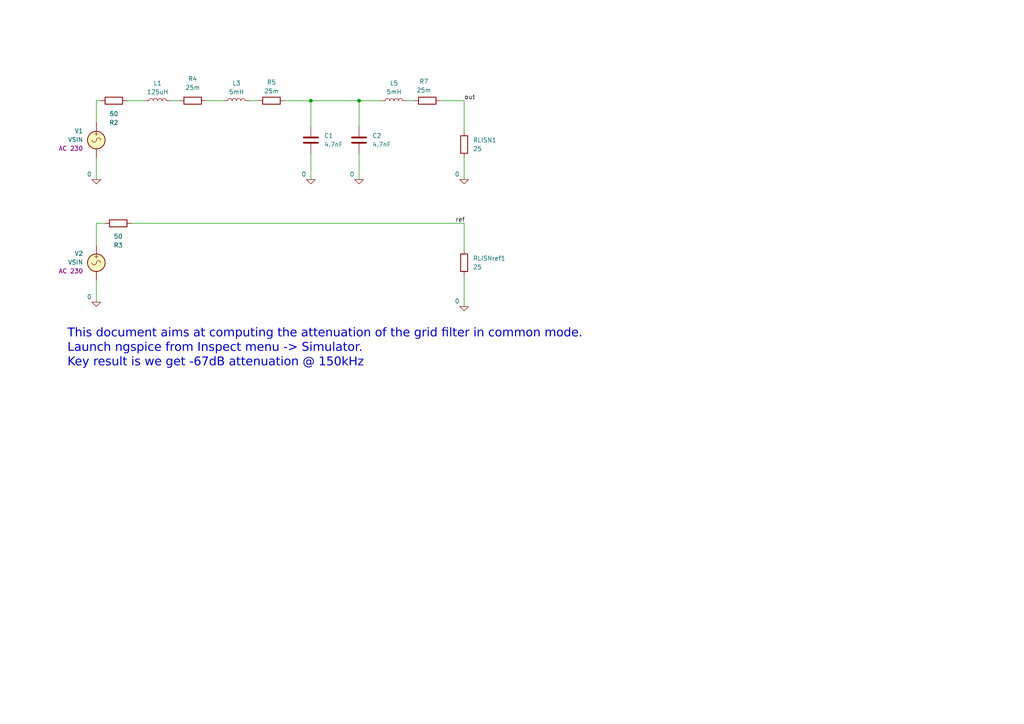
<source format=kicad_sch>
(kicad_sch (version 20250114) (generator "eeschema") (generator_version "9.0")
  (paper "A4")
  (title_block (title "Common mode attenuation calculations") (date "2026-01-29") (comment 1 "JAL") (comment 2 "JAL") (comment 3 "JAL"))
  (lib_symbols
    (symbol "Device:C" (pin_numbers (hide yes)) (pin_names (offset 0.254))
      (property "Reference" "C" (at 0.635 2.54 0))
      (property "Value" "C" (at 0.635 -2.54 0))
      (symbol "C_0_1"
        (polyline (pts (xy -2.032 0.762) (xy 2.032 0.762)) (stroke (width 0.508)))
        (polyline (pts (xy -2.032 -0.762) (xy 2.032 -0.762)) (stroke (width 0.508)))
      )
      (symbol "C_1_1"
        (pin passive line (at 0 3.81 270) (length 2.794) (name "~") (number "1"))
        (pin passive line (at 0 -3.81 90) (length 2.794) (name "~") (number "2"))
      )
    )
    (symbol "Device:L" (pin_numbers (hide yes)) (pin_names (offset 1.016) (hide yes))
      (property "Reference" "L" (at -1.27 0 90))
      (property "Value" "L" (at 1.905 0 90))
      (symbol "L_0_1"
        (arc (start 0 2.54) (mid 0.6323 1.905) (end 0 1.27))
        (arc (start 0 1.27) (mid 0.6323 0.635) (end 0 0))
        (arc (start 0 0) (mid 0.6323 -0.635) (end 0 -1.27))
        (arc (start 0 -1.27) (mid 0.6323 -1.905) (end 0 -2.54))
      )
      (symbol "L_1_1"
        (pin passive line (at 0 3.81 270) (length 1.27) (name "1") (number "1"))
        (pin passive line (at 0 -3.81 90) (length 1.27) (name "2") (number "2"))
      )
    )
    (symbol "Device:R" (pin_numbers (hide yes)) (pin_names (offset 0))
      (property "Reference" "R" (at 2.032 0 90))
      (property "Value" "R" (at 0 0 90))
      (symbol "R_0_1"
        (rectangle (start -1.016 -2.54) (end 1.016 2.54) (stroke (width 0.254)))
      )
      (symbol "R_1_1"
        (pin passive line (at 0 3.81 270) (length 1.27) (name "~") (number "1"))
        (pin passive line (at 0 -3.81 90) (length 1.27) (name "~") (number "2"))
      )
    )
    (symbol "Simulation_SPICE:0" (power) (pin_numbers (hide yes)) (pin_names (offset 0) (hide yes))
      (property "Value" "0" (at 0 -2.54 0))
      (symbol "0_0_1"
        (polyline (pts (xy -1.27 0) (xy 0 -1.27) (xy 1.27 0) (xy -1.27 0)))
      )
      (symbol "0_1_1"
        (pin power_in line (at 0 0 0) (length 0) (name "~") (number "1"))
      )
    )
    (symbol "Simulation_SPICE:VSIN" (pin_numbers (hide yes)) (pin_names (offset 0.0254))
      (property "Reference" "V" (at 2.54 2.54 0))
      (property "Value" "VSIN" (at 2.54 0 0))
      (property "Sim.Params" "dc=0 ampl=1 f=1k ac=1" (at 2.54 -2.54 0))
      (symbol "VSIN_0_0"
        (arc (start -1.27 0) (mid -0.635 0.6323) (end 0 0))
        (arc (start 1.27 0) (mid 0.635 -0.6323) (end 0 0))
        (text "+" (at 0 1.905 0) (effects (font (size 1.27 1.27))))
      )
      (symbol "VSIN_0_1"
        (circle (center 0 0) (radius 2.54) (stroke (width 0.254)) (fill (type background)))
      )
      (symbol "VSIN_1_1"
        (pin passive line (at 0 5.08 270) (length 2.54) (name "~") (number "1"))
        (pin passive line (at 0 -5.08 90) (length 2.54) (name "~") (number "2"))
      )
    )
  )
  (text "This document aims at computing the attenuation of the grid filter in common mode.\nLaunch ngspice from Inspect menu -> Simulator. \nKey result is we get -67dB attenuation @ 150kHz\n" (at 19.558 101.6 0) (effects (font (size 2.5 2.5)) (justify left)))
  (junction (at 104.14 29.21))
  (junction (at 90.17 29.21))
  (wire (pts (xy 36.83 29.21) (xy 41.91 29.21)))
  (wire (pts (xy 104.14 44.45) (xy 104.14 52.07)))
  (wire (pts (xy 82.55 29.21) (xy 90.17 29.21)))
  (wire (pts (xy 134.62 80.01) (xy 134.62 88.9)))
  (wire (pts (xy 27.94 81.28) (xy 27.94 87.63)))
  (wire (pts (xy 27.94 35.56) (xy 27.94 29.21)))
  (wire (pts (xy 59.69 29.21) (xy 64.77 29.21)))
  (wire (pts (xy 134.62 72.39) (xy 134.62 64.77)))
  (wire (pts (xy 72.39 29.21) (xy 74.93 29.21)))
  (wire (pts (xy 90.17 29.21) (xy 104.14 29.21)))
  (wire (pts (xy 118.11 29.21) (xy 120.1107 29.21)))
  (wire (pts (xy 134.62 29.21) (xy 134.62 38.1)))
  (wire (pts (xy 27.94 29.21) (xy 29.21 29.21)))
  (wire (pts (xy 127.7307 29.21) (xy 134.62 29.21)))
  (wire (pts (xy 90.17 44.45) (xy 90.17 52.07)))
  (wire (pts (xy 49.53 29.21) (xy 52.07 29.21)))
  (wire (pts (xy 27.94 64.77) (xy 30.48 64.77)))
  (wire (pts (xy 104.14 29.21) (xy 110.49 29.21)))
  (wire (pts (xy 27.94 45.72) (xy 27.94 52.07)))
  (wire (pts (xy 134.62 45.72) (xy 134.62 52.07)))
  (wire (pts (xy 38.1 64.77) (xy 134.62 64.77)))
  (wire (pts (xy 90.17 29.21) (xy 90.17 36.83)))
  (wire (pts (xy 27.94 71.12) (xy 27.94 64.77)))
  (wire (pts (xy 104.14 29.21) (xy 104.14 36.83)))
  (label "ref" (at 132.08 64.77 0))
  (label "out" (at 134.62 29.21 0))
  (symbol (lib_id "Simulation_SPICE:0") (at 27.94 87.63 0) (unit 1)
    (property "Reference" "#GND01" (effects (hide yes)))
    (property "Value" "0" (at 25.908 86.106 0))
    (property "Datasheet" "https://ngspice.sourceforge.io/docs/ngspice-html-manual/manual.xhtml#subsec_Circuit_elements__device" (effects (hide yes)))
    (property "Description" "0V reference potential for simulation" (effects (hide yes)))
  )
  (symbol (lib_id "Device:L") (at 114.3 29.21 90) (unit 1)
    (property "Reference" "L5" (at 114.3 24.13 90))
    (property "Value" "5mH" (at 114.3 26.67 90))
    (property "Description" "Inductor" (effects (hide yes)))
  )
  (symbol (lib_id "Device:C") (at 104.14 40.64 0) (unit 1)
    (property "Reference" "C2" (at 107.95 39.3699 0) (effects (justify left)))
    (property "Value" "4.7nF" (at 107.95 41.9099 0) (effects (justify left)))
    (property "Description" "Unpolarized capacitor" (effects (hide yes)))
  )
  (symbol (lib_id "Simulation_SPICE:0") (at 134.62 88.9 0) (unit 1)
    (property "Reference" "#GND03" (effects (hide yes)))
    (property "Value" "0" (at 132.588 87.376 0))
    (property "Datasheet" "https://ngspice.sourceforge.io/docs/ngspice-html-manual/manual.xhtml#subsec_Circuit_elements__device" (effects (hide yes)))
    (property "Description" "0V reference potential for simulation" (effects (hide yes)))
  )
  (symbol (lib_id "Device:L") (at 45.72 29.21 90) (unit 1)
    (property "Reference" "L1" (at 45.72 24.13 90))
    (property "Value" "125uH" (at 45.72 26.67 90))
    (property "Description" "Inductor" (effects (hide yes)))
  )
  (symbol (lib_id "Device:R") (at 55.88 29.21 270) (mirror x) (unit 1)
    (property "Reference" "R4" (at 55.88 22.86 90))
    (property "Value" "25m" (at 55.88 25.4 90))
    (property "Description" "Resistor" (effects (hide yes)))
  )
  (symbol (lib_id "Device:R") (at 134.62 41.91 0) (unit 1)
    (property "Reference" "RLISN1" (at 137.16 40.6399 0) (effects (justify left)))
    (property "Value" "25" (at 137.16 43.1799 0) (effects (justify left)))
    (property "Description" "Resistor" (effects (hide yes)))
  )
  (symbol (lib_id "Simulation_SPICE:VSIN") (at 27.94 76.2 0) (mirror y) (unit 1)
    (property "Reference" "V2" (at 24.13 73.5434 0) (effects (justify left)))
    (property "Value" "VSIN" (at 24.13 76.0834 0) (effects (justify left)))
    (property "Datasheet" "https://ngspice.sourceforge.io/docs/ngspice-html-manual/manual.xhtml#sec_Independent_Sources_for" (effects (hide yes)))
    (property "Description" "Voltage source, sinusoidal" (effects (hide yes)))
    (property "Sim.Pins" "1=+ 2=-" (effects (hide yes)))
    (property "Sim.Params" "AC 230" (at 24.13 78.6234 0) (effects (justify left)))
    (property "Sim.Type" "SIN" (effects (hide yes)))
    (property "Sim.Device" "V" (effects (hide yes)))
  )
  (symbol (lib_id "Simulation_SPICE:0") (at 104.14 52.07 0) (unit 1)
    (property "Reference" "#GND06" (effects (hide yes)))
    (property "Value" "0" (at 102.108 50.546 0))
    (property "Datasheet" "https://ngspice.sourceforge.io/docs/ngspice-html-manual/manual.xhtml#subsec_Circuit_elements__device" (effects (hide yes)))
    (property "Description" "0V reference potential for simulation" (effects (hide yes)))
  )
  (symbol (lib_id "Simulation_SPICE:0") (at 90.17 52.07 0) (unit 1)
    (property "Reference" "#GND05" (effects (hide yes)))
    (property "Value" "0" (at 88.138 50.546 0))
    (property "Datasheet" "https://ngspice.sourceforge.io/docs/ngspice-html-manual/manual.xhtml#subsec_Circuit_elements__device" (effects (hide yes)))
    (property "Description" "0V reference potential for simulation" (effects (hide yes)))
  )
  (symbol (lib_id "Simulation_SPICE:0") (at 27.94 52.07 0) (unit 1)
    (property "Reference" "#GND04" (effects (hide yes)))
    (property "Value" "0" (at 25.908 50.546 0))
    (property "Datasheet" "https://ngspice.sourceforge.io/docs/ngspice-html-manual/manual.xhtml#subsec_Circuit_elements__device" (effects (hide yes)))
    (property "Description" "0V reference potential for simulation" (effects (hide yes)))
  )
  (symbol (lib_id "Device:R") (at 34.29 64.77 270) (unit 1)
    (property "Reference" "R3" (at 34.29 71.12 90))
    (property "Value" "50" (at 34.29 68.58 90))
    (property "Description" "Resistor" (effects (hide yes)))
  )
  (symbol (lib_id "Simulation_SPICE:0") (at 134.62 52.07 0) (unit 1)
    (property "Reference" "#GND02" (effects (hide yes)))
    (property "Value" "0" (at 132.588 50.546 0))
    (property "Datasheet" "https://ngspice.sourceforge.io/docs/ngspice-html-manual/manual.xhtml#subsec_Circuit_elements__device" (effects (hide yes)))
    (property "Description" "0V reference potential for simulation" (effects (hide yes)))
  )
  (symbol (lib_id "Device:R") (at 33.02 29.21 270) (unit 1)
    (property "Reference" "R2" (at 33.02 35.56 90))
    (property "Value" "50" (at 33.02 33.02 90))
    (property "Description" "Resistor" (effects (hide yes)))
  )
  (symbol (lib_id "Device:C") (at 90.17 40.64 0) (unit 1)
    (property "Reference" "C1" (at 93.98 39.3699 0) (effects (justify left)))
    (property "Value" "4.7nF" (at 93.98 41.9099 0) (effects (justify left)))
    (property "Description" "Unpolarized capacitor" (effects (hide yes)))
  )
  (symbol (lib_id "Device:R") (at 134.62 76.2 0) (unit 1)
    (property "Reference" "RLISNref1" (at 137.16 74.9299 0) (effects (justify left)))
    (property "Value" "25" (at 137.16 77.4699 0) (effects (justify left)))
    (property "Description" "Resistor" (effects (hide yes)))
  )
  (symbol (lib_id "Device:R") (at 123.9207 29.21 270) (mirror x) (unit 1)
    (property "Reference" "R7" (at 122.936 23.622 90))
    (property "Value" "25m" (at 122.936 26.162 90))
    (property "Description" "Resistor" (effects (hide yes)))
  )
  (symbol (lib_id "Device:R") (at 78.74 29.21 270) (mirror x) (unit 1)
    (property "Reference" "R5" (at 78.74 23.876 90))
    (property "Value" "25m" (at 78.74 26.416 90))
    (property "Description" "Resistor" (effects (hide yes)))
  )
  (symbol (lib_id "Device:L") (at 68.58 29.21 90) (unit 1)
    (property "Reference" "L3" (at 68.58 24.13 90))
    (property "Value" "5mH" (at 68.58 26.67 90))
    (property "Description" "Inductor" (effects (hide yes)))
  )
  (symbol (lib_id "Simulation_SPICE:VSIN") (at 27.94 40.64 0) (mirror y) (unit 1)
    (property "Reference" "V1" (at 24.13 37.9834 0) (effects (justify left)))
    (property "Value" "VSIN" (at 24.13 40.5234 0) (effects (justify left)))
    (property "Datasheet" "https://ngspice.sourceforge.io/docs/ngspice-html-manual/manual.xhtml#sec_Independent_Sources_for" (effects (hide yes)))
    (property "Description" "Voltage source, sinusoidal" (effects (hide yes)))
    (property "Sim.Pins" "1=+ 2=-" (effects (hide yes)))
    (property "Sim.Params" "AC 230" (at 24.13 43.0634 0) (effects (justify left)))
    (property "Sim.Type" "SIN" (effects (hide yes)))
    (property "Sim.Device" "V" (effects (hide yes)))
  )
)
</source>
